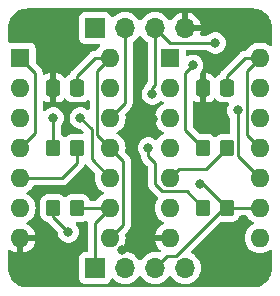
<source format=gbr>
%TF.GenerationSoftware,KiCad,Pcbnew,7.0.8-7.0.8~ubuntu23.04.1*%
%TF.CreationDate,2023-10-19T21:44:50+04:00*%
%TF.ProjectId,async_counter,6173796e-635f-4636-9f75-6e7465722e6b,rev?*%
%TF.SameCoordinates,Original*%
%TF.FileFunction,Copper,L2,Bot*%
%TF.FilePolarity,Positive*%
%FSLAX46Y46*%
G04 Gerber Fmt 4.6, Leading zero omitted, Abs format (unit mm)*
G04 Created by KiCad (PCBNEW 7.0.8-7.0.8~ubuntu23.04.1) date 2023-10-19 21:44:50*
%MOMM*%
%LPD*%
G01*
G04 APERTURE LIST*
G04 Aperture macros list*
%AMRoundRect*
0 Rectangle with rounded corners*
0 $1 Rounding radius*
0 $2 $3 $4 $5 $6 $7 $8 $9 X,Y pos of 4 corners*
0 Add a 4 corners polygon primitive as box body*
4,1,4,$2,$3,$4,$5,$6,$7,$8,$9,$2,$3,0*
0 Add four circle primitives for the rounded corners*
1,1,$1+$1,$2,$3*
1,1,$1+$1,$4,$5*
1,1,$1+$1,$6,$7*
1,1,$1+$1,$8,$9*
0 Add four rect primitives between the rounded corners*
20,1,$1+$1,$2,$3,$4,$5,0*
20,1,$1+$1,$4,$5,$6,$7,0*
20,1,$1+$1,$6,$7,$8,$9,0*
20,1,$1+$1,$8,$9,$2,$3,0*%
G04 Aperture macros list end*
%TA.AperFunction,ComponentPad*%
%ADD10R,1.600000X1.600000*%
%TD*%
%TA.AperFunction,ComponentPad*%
%ADD11O,1.600000X1.600000*%
%TD*%
%TA.AperFunction,ComponentPad*%
%ADD12R,1.700000X1.700000*%
%TD*%
%TA.AperFunction,ComponentPad*%
%ADD13O,1.700000X1.700000*%
%TD*%
%TA.AperFunction,SMDPad,CuDef*%
%ADD14RoundRect,0.250000X0.350000X0.450000X-0.350000X0.450000X-0.350000X-0.450000X0.350000X-0.450000X0*%
%TD*%
%TA.AperFunction,SMDPad,CuDef*%
%ADD15RoundRect,0.250000X0.337500X0.475000X-0.337500X0.475000X-0.337500X-0.475000X0.337500X-0.475000X0*%
%TD*%
%TA.AperFunction,ViaPad*%
%ADD16C,0.800000*%
%TD*%
%TA.AperFunction,Conductor*%
%ADD17C,0.250000*%
%TD*%
G04 APERTURE END LIST*
D10*
%TO.P,U1,1,J*%
%TO.N,VCC*%
X175260000Y-83820000D03*
D11*
%TO.P,U1,2,~{Q}*%
%TO.N,unconnected-(U1A-~{Q}-Pad2)*%
X175260000Y-86360000D03*
%TO.P,U1,3,Q*%
%TO.N,/D_{0}*%
X175260000Y-88900000D03*
%TO.P,U1,4,K*%
%TO.N,VCC*%
X175260000Y-91440000D03*
%TO.P,U1,5,Q*%
%TO.N,/D_{1}*%
X175260000Y-93980000D03*
%TO.P,U1,6,~{Q}*%
%TO.N,unconnected-(U1B-~{Q}-Pad6)*%
X175260000Y-96520000D03*
%TO.P,U1,7,GND*%
%TO.N,GND*%
X175260000Y-99060000D03*
%TO.P,U1,8,J*%
%TO.N,VCC*%
X182880000Y-99060000D03*
%TO.P,U1,9,C*%
%TO.N,/D_{0}*%
X182880000Y-96520000D03*
%TO.P,U1,10,~{R}*%
%TO.N,/~{CLR}*%
X182880000Y-93980000D03*
%TO.P,U1,11,K*%
%TO.N,VCC*%
X182880000Y-91440000D03*
%TO.P,U1,12,C*%
%TO.N,/CLK*%
X182880000Y-88900000D03*
%TO.P,U1,13,~{R}*%
%TO.N,/~{CLR}*%
X182880000Y-86360000D03*
%TO.P,U1,14,VCC*%
%TO.N,VCC*%
X182880000Y-83820000D03*
%TD*%
D10*
%TO.P,U2,1,J*%
%TO.N,VCC*%
X187960000Y-83820000D03*
D11*
%TO.P,U2,2,~{Q}*%
%TO.N,unconnected-(U2A-~{Q}-Pad2)*%
X187960000Y-86360000D03*
%TO.P,U2,3,Q*%
%TO.N,/D_{2}*%
X187960000Y-88900000D03*
%TO.P,U2,4,K*%
%TO.N,VCC*%
X187960000Y-91440000D03*
%TO.P,U2,5,Q*%
%TO.N,/D_{3}*%
X187960000Y-93980000D03*
%TO.P,U2,6,~{Q}*%
%TO.N,unconnected-(U2B-~{Q}-Pad6)*%
X187960000Y-96520000D03*
%TO.P,U2,7,GND*%
%TO.N,GND*%
X187960000Y-99060000D03*
%TO.P,U2,8,J*%
%TO.N,VCC*%
X195580000Y-99060000D03*
%TO.P,U2,9,C*%
%TO.N,/D_{2}*%
X195580000Y-96520000D03*
%TO.P,U2,10,~{R}*%
%TO.N,/~{CLR}*%
X195580000Y-93980000D03*
%TO.P,U2,11,K*%
%TO.N,VCC*%
X195580000Y-91440000D03*
%TO.P,U2,12,C*%
%TO.N,/D_{1}*%
X195580000Y-88900000D03*
%TO.P,U2,13,~{R}*%
%TO.N,/~{CLR}*%
X195580000Y-86360000D03*
%TO.P,U2,14,VCC*%
%TO.N,VCC*%
X195580000Y-83820000D03*
%TD*%
D12*
%TO.P,J2,1,Pin_1*%
%TO.N,/D_{0}*%
X181610000Y-101600000D03*
D13*
%TO.P,J2,2,Pin_2*%
%TO.N,/D_{1}*%
X184150000Y-101600000D03*
%TO.P,J2,3,Pin_3*%
%TO.N,/D_{2}*%
X186690000Y-101600000D03*
%TO.P,J2,4,Pin_4*%
%TO.N,/D_{3}*%
X189230000Y-101600000D03*
%TD*%
D14*
%TO.P,R4,1*%
%TO.N,/D_{3}*%
X192760000Y-91440000D03*
%TO.P,R4,2*%
%TO.N,Net-(D4-A)*%
X190760000Y-91440000D03*
%TD*%
D15*
%TO.P,C2,1*%
%TO.N,VCC*%
X192797500Y-86360000D03*
%TO.P,C2,2*%
%TO.N,GND*%
X190722500Y-86360000D03*
%TD*%
D14*
%TO.P,R3,1*%
%TO.N,/D_{2}*%
X192760000Y-96520000D03*
%TO.P,R3,2*%
%TO.N,Net-(D3-A)*%
X190760000Y-96520000D03*
%TD*%
%TO.P,R1,1*%
%TO.N,/D_{0}*%
X180060000Y-96520000D03*
%TO.P,R1,2*%
%TO.N,Net-(D1-A)*%
X178060000Y-96520000D03*
%TD*%
%TO.P,R2,1*%
%TO.N,/D_{1}*%
X180060000Y-91440000D03*
%TO.P,R2,2*%
%TO.N,Net-(D2-A)*%
X178060000Y-91440000D03*
%TD*%
D12*
%TO.P,J1,1,Pin_1*%
%TO.N,VCC*%
X181610000Y-81280000D03*
D13*
%TO.P,J1,2,Pin_2*%
%TO.N,/CLK*%
X184150000Y-81280000D03*
%TO.P,J1,3,Pin_3*%
%TO.N,/~{CLR}*%
X186690000Y-81280000D03*
%TO.P,J1,4,Pin_4*%
%TO.N,GND*%
X189230000Y-81280000D03*
%TD*%
D15*
%TO.P,C1,1*%
%TO.N,VCC*%
X180097500Y-86360000D03*
%TO.P,C1,2*%
%TO.N,GND*%
X178022500Y-86360000D03*
%TD*%
D16*
%TO.N,GND*%
X186486800Y-89001600D03*
X191262000Y-100076000D03*
X191770000Y-88900000D03*
X175260000Y-100838000D03*
X179070000Y-101600000D03*
X177292000Y-100838000D03*
X185928000Y-96393000D03*
X179832000Y-83312000D03*
X194564000Y-100584000D03*
X183896000Y-100076000D03*
X193040000Y-102616000D03*
%TO.N,Net-(D1-A)*%
X179324000Y-98552000D03*
%TO.N,Net-(D2-A)*%
X178054000Y-88900000D03*
%TO.N,Net-(D3-A)*%
X186110500Y-91440000D03*
%TO.N,Net-(D4-A)*%
X189865000Y-84455000D03*
%TO.N,/~{CLR}*%
X193675000Y-88265000D03*
X180340000Y-88900000D03*
X186436000Y-86868000D03*
X191770000Y-82550000D03*
%TO.N,/D_{2}*%
X190500000Y-94488000D03*
%TD*%
D17*
%TO.N,VCC*%
X184005000Y-92565000D02*
X182880000Y-91440000D01*
X192797500Y-85332500D02*
X194310000Y-83820000D01*
X192797500Y-86360000D02*
X192797500Y-85332500D01*
X194310000Y-83820000D02*
X195580000Y-83820000D01*
X184005000Y-97935000D02*
X184005000Y-92565000D01*
X194455000Y-90315000D02*
X194455000Y-84945000D01*
X195580000Y-91440000D02*
X194455000Y-90315000D01*
X182880000Y-91440000D02*
X181755000Y-90315000D01*
X194455000Y-84945000D02*
X195580000Y-83820000D01*
X175260000Y-91440000D02*
X176530000Y-90170000D01*
X181755000Y-90315000D02*
X181755000Y-84945000D01*
X181610000Y-83820000D02*
X182880000Y-83820000D01*
X182880000Y-99060000D02*
X184005000Y-97935000D01*
X180097500Y-86360000D02*
X180097500Y-85332500D01*
X180097500Y-85332500D02*
X181610000Y-83820000D01*
X176530000Y-90170000D02*
X176530000Y-85090000D01*
X176530000Y-85090000D02*
X175260000Y-83820000D01*
X181755000Y-84945000D02*
X182880000Y-83820000D01*
%TO.N,GND*%
X179832000Y-83312000D02*
X178022500Y-85121500D01*
X178022500Y-85121500D02*
X178022500Y-86360000D01*
%TO.N,Net-(D1-A)*%
X179324000Y-98552000D02*
X178060000Y-97288000D01*
X178060000Y-97288000D02*
X178060000Y-96520000D01*
%TO.N,Net-(D2-A)*%
X178054000Y-88900000D02*
X178060000Y-88906000D01*
X178060000Y-88906000D02*
X178060000Y-91440000D01*
%TO.N,Net-(D3-A)*%
X186690000Y-92710000D02*
X186690000Y-94488000D01*
X187307000Y-95105000D02*
X189345000Y-95105000D01*
X186690000Y-94488000D02*
X187307000Y-95105000D01*
X186110500Y-92130500D02*
X186690000Y-92710000D01*
X186110500Y-91440000D02*
X186110500Y-92130500D01*
X189345000Y-95105000D02*
X190760000Y-96520000D01*
%TO.N,Net-(D4-A)*%
X189230000Y-85090000D02*
X189865000Y-84455000D01*
X189230000Y-89910000D02*
X189230000Y-86360000D01*
X189230000Y-86360000D02*
X189230000Y-85090000D01*
X190760000Y-91440000D02*
X189230000Y-89910000D01*
%TO.N,/CLK*%
X184150000Y-87630000D02*
X182880000Y-88900000D01*
X184150000Y-81280000D02*
X184150000Y-87630000D01*
%TO.N,/~{CLR}*%
X182880000Y-93980000D02*
X181305000Y-92405000D01*
X186690000Y-86106000D02*
X186690000Y-81280000D01*
X181305000Y-89865000D02*
X180340000Y-88900000D01*
X186436000Y-86360000D02*
X186690000Y-86106000D01*
X193685000Y-88275000D02*
X193685000Y-92085000D01*
X186436000Y-86868000D02*
X186436000Y-86360000D01*
X193685000Y-92085000D02*
X195580000Y-93980000D01*
X181305000Y-92405000D02*
X181305000Y-89865000D01*
X187960000Y-82550000D02*
X191770000Y-82550000D01*
X193675000Y-88265000D02*
X193685000Y-88275000D01*
X186690000Y-81280000D02*
X187960000Y-82550000D01*
%TO.N,/D_{0}*%
X181610000Y-101600000D02*
X181610000Y-97790000D01*
X180060000Y-96520000D02*
X182880000Y-96520000D01*
X181610000Y-97790000D02*
X182880000Y-96520000D01*
%TO.N,/D_{1}*%
X178825305Y-93980000D02*
X175260000Y-93980000D01*
X180060000Y-91440000D02*
X180060000Y-92745305D01*
X180060000Y-92745305D02*
X178825305Y-93980000D01*
%TO.N,/D_{2}*%
X192760000Y-96520000D02*
X195580000Y-96520000D01*
X192760000Y-96520000D02*
X192532000Y-96520000D01*
X188468000Y-100584000D02*
X187706000Y-100584000D01*
X192532000Y-96520000D02*
X188468000Y-100584000D01*
X187706000Y-100584000D02*
X186690000Y-101600000D01*
X190500000Y-94488000D02*
X190728000Y-94488000D01*
X190728000Y-94488000D02*
X192760000Y-96520000D01*
%TO.N,/D_{3}*%
X190982000Y-93218000D02*
X188722000Y-93218000D01*
X188722000Y-93218000D02*
X187960000Y-93980000D01*
X192760000Y-91440000D02*
X190982000Y-93218000D01*
%TD*%
%TA.AperFunction,Conductor*%
%TO.N,GND*%
G36*
X180837727Y-92835878D02*
G01*
X180865580Y-92853276D01*
X180881309Y-92866288D01*
X180885620Y-92870210D01*
X181536628Y-93521219D01*
X181580586Y-93565177D01*
X181614071Y-93626500D01*
X181612680Y-93684949D01*
X181594367Y-93753296D01*
X181594364Y-93753313D01*
X181574532Y-93979999D01*
X181574532Y-93980001D01*
X181594364Y-94206686D01*
X181594366Y-94206697D01*
X181653258Y-94426488D01*
X181653261Y-94426497D01*
X181749431Y-94632732D01*
X181749432Y-94632734D01*
X181879954Y-94819141D01*
X182040858Y-94980045D01*
X182040861Y-94980047D01*
X182227266Y-95110568D01*
X182285275Y-95137618D01*
X182337714Y-95183791D01*
X182356866Y-95250984D01*
X182336650Y-95317865D01*
X182285275Y-95362382D01*
X182227267Y-95389431D01*
X182227265Y-95389432D01*
X182040858Y-95519954D01*
X181879954Y-95680858D01*
X181767387Y-95841623D01*
X181712811Y-95885248D01*
X181665812Y-95894500D01*
X181232017Y-95894500D01*
X181164978Y-95874815D01*
X181119223Y-95822011D01*
X181114311Y-95809505D01*
X181094814Y-95750666D01*
X181002712Y-95601344D01*
X180878656Y-95477288D01*
X180736218Y-95389432D01*
X180729336Y-95385187D01*
X180729331Y-95385185D01*
X180727862Y-95384698D01*
X180562797Y-95330001D01*
X180562795Y-95330000D01*
X180460010Y-95319500D01*
X179659998Y-95319500D01*
X179659980Y-95319501D01*
X179557203Y-95330000D01*
X179557200Y-95330001D01*
X179390668Y-95385185D01*
X179390663Y-95385187D01*
X179241342Y-95477289D01*
X179147681Y-95570951D01*
X179086358Y-95604436D01*
X179016666Y-95599452D01*
X178972319Y-95570951D01*
X178878657Y-95477289D01*
X178878656Y-95477288D01*
X178736218Y-95389432D01*
X178729336Y-95385187D01*
X178729331Y-95385185D01*
X178727862Y-95384698D01*
X178562797Y-95330001D01*
X178562795Y-95330000D01*
X178460010Y-95319500D01*
X177659998Y-95319500D01*
X177659980Y-95319501D01*
X177557203Y-95330000D01*
X177557200Y-95330001D01*
X177390668Y-95385185D01*
X177390663Y-95385187D01*
X177241342Y-95477289D01*
X177117289Y-95601342D01*
X177025187Y-95750663D01*
X177025186Y-95750666D01*
X176970001Y-95917203D01*
X176970001Y-95917204D01*
X176970000Y-95917204D01*
X176959500Y-96019983D01*
X176959500Y-97020001D01*
X176959501Y-97020019D01*
X176970000Y-97122796D01*
X176970001Y-97122799D01*
X177025185Y-97289331D01*
X177025186Y-97289334D01*
X177117288Y-97438656D01*
X177241344Y-97562712D01*
X177390666Y-97654814D01*
X177557203Y-97709999D01*
X177557206Y-97709999D01*
X177563819Y-97711415D01*
X177563483Y-97712983D01*
X177620510Y-97736244D01*
X177622270Y-97737674D01*
X177636310Y-97749289D01*
X177640632Y-97753222D01*
X178385038Y-98497629D01*
X178418523Y-98558952D01*
X178420678Y-98572348D01*
X178425004Y-98613502D01*
X178438326Y-98740256D01*
X178438327Y-98740259D01*
X178496818Y-98920277D01*
X178496821Y-98920284D01*
X178591467Y-99084216D01*
X178682347Y-99185148D01*
X178718129Y-99224888D01*
X178871265Y-99336148D01*
X178871270Y-99336151D01*
X179044192Y-99413142D01*
X179044197Y-99413144D01*
X179229354Y-99452500D01*
X179229355Y-99452500D01*
X179418644Y-99452500D01*
X179418646Y-99452500D01*
X179603803Y-99413144D01*
X179776730Y-99336151D01*
X179929871Y-99224888D01*
X180056533Y-99084216D01*
X180151179Y-98920284D01*
X180209674Y-98740256D01*
X180229460Y-98552000D01*
X180209674Y-98363744D01*
X180151179Y-98183716D01*
X180056533Y-98019784D01*
X179975571Y-97929867D01*
X179973414Y-97927471D01*
X179943184Y-97864480D01*
X179951809Y-97795144D01*
X179996551Y-97741479D01*
X180063203Y-97720521D01*
X180065564Y-97720499D01*
X180460002Y-97720499D01*
X180460008Y-97720499D01*
X180562797Y-97709999D01*
X180729334Y-97654814D01*
X180795404Y-97614061D01*
X180862796Y-97595622D01*
X180929459Y-97616545D01*
X180974229Y-97670187D01*
X180984500Y-97719601D01*
X180984500Y-97731016D01*
X180982973Y-97750415D01*
X180979840Y-97770194D01*
X180979840Y-97770195D01*
X180984225Y-97816583D01*
X180984500Y-97822421D01*
X180984500Y-100125500D01*
X180964815Y-100192539D01*
X180912011Y-100238294D01*
X180860501Y-100249500D01*
X180712130Y-100249500D01*
X180712123Y-100249501D01*
X180652516Y-100255908D01*
X180517671Y-100306202D01*
X180517664Y-100306206D01*
X180402455Y-100392452D01*
X180402452Y-100392455D01*
X180316206Y-100507664D01*
X180316202Y-100507671D01*
X180265908Y-100642517D01*
X180259501Y-100702116D01*
X180259500Y-100702135D01*
X180259500Y-102497870D01*
X180259501Y-102497876D01*
X180265908Y-102557483D01*
X180316202Y-102692328D01*
X180316206Y-102692335D01*
X180402452Y-102807544D01*
X180402455Y-102807547D01*
X180517664Y-102893793D01*
X180517671Y-102893797D01*
X180652517Y-102944091D01*
X180652516Y-102944091D01*
X180659444Y-102944835D01*
X180712127Y-102950500D01*
X182507872Y-102950499D01*
X182567483Y-102944091D01*
X182702331Y-102893796D01*
X182817546Y-102807546D01*
X182903796Y-102692331D01*
X182952810Y-102560916D01*
X182994681Y-102504984D01*
X183060145Y-102480566D01*
X183128418Y-102495417D01*
X183156673Y-102516569D01*
X183278599Y-102638495D01*
X183375384Y-102706265D01*
X183472165Y-102774032D01*
X183472167Y-102774033D01*
X183472170Y-102774035D01*
X183686337Y-102873903D01*
X183914592Y-102935063D01*
X184091034Y-102950500D01*
X184149999Y-102955659D01*
X184150000Y-102955659D01*
X184150001Y-102955659D01*
X184208966Y-102950500D01*
X184385408Y-102935063D01*
X184613663Y-102873903D01*
X184827830Y-102774035D01*
X185021401Y-102638495D01*
X185188495Y-102471401D01*
X185318425Y-102285842D01*
X185373002Y-102242217D01*
X185442500Y-102235023D01*
X185504855Y-102266546D01*
X185521575Y-102285842D01*
X185651500Y-102471395D01*
X185651505Y-102471401D01*
X185818599Y-102638495D01*
X185915384Y-102706265D01*
X186012165Y-102774032D01*
X186012167Y-102774033D01*
X186012170Y-102774035D01*
X186226337Y-102873903D01*
X186454592Y-102935063D01*
X186631034Y-102950500D01*
X186689999Y-102955659D01*
X186690000Y-102955659D01*
X186690001Y-102955659D01*
X186748966Y-102950500D01*
X186925408Y-102935063D01*
X187153663Y-102873903D01*
X187367830Y-102774035D01*
X187561401Y-102638495D01*
X187728495Y-102471401D01*
X187858425Y-102285842D01*
X187913002Y-102242217D01*
X187982500Y-102235023D01*
X188044855Y-102266546D01*
X188061575Y-102285842D01*
X188191500Y-102471395D01*
X188191505Y-102471401D01*
X188358599Y-102638495D01*
X188455384Y-102706265D01*
X188552165Y-102774032D01*
X188552167Y-102774033D01*
X188552170Y-102774035D01*
X188766337Y-102873903D01*
X188994592Y-102935063D01*
X189171034Y-102950500D01*
X189229999Y-102955659D01*
X189230000Y-102955659D01*
X189230001Y-102955659D01*
X189288966Y-102950500D01*
X189465408Y-102935063D01*
X189693663Y-102873903D01*
X189907830Y-102774035D01*
X190101401Y-102638495D01*
X190268495Y-102471401D01*
X190404035Y-102277830D01*
X190503903Y-102063663D01*
X190565063Y-101835408D01*
X190585659Y-101600000D01*
X190565063Y-101364592D01*
X190503903Y-101136337D01*
X190404035Y-100922171D01*
X190398425Y-100914158D01*
X190268494Y-100728597D01*
X190101402Y-100561506D01*
X190101399Y-100561504D01*
X190024518Y-100507671D01*
X189907834Y-100425967D01*
X189797438Y-100374488D01*
X189744999Y-100328315D01*
X189725848Y-100261121D01*
X189746064Y-100194240D01*
X189762158Y-100174430D01*
X192187764Y-97748825D01*
X192249085Y-97715342D01*
X192288046Y-97713150D01*
X192359991Y-97720500D01*
X193160008Y-97720499D01*
X193160016Y-97720498D01*
X193160019Y-97720498D01*
X193223659Y-97713997D01*
X193262797Y-97709999D01*
X193429334Y-97654814D01*
X193578656Y-97562712D01*
X193702712Y-97438656D01*
X193794814Y-97289334D01*
X193814311Y-97230493D01*
X193854084Y-97173051D01*
X193918600Y-97146228D01*
X193932017Y-97145500D01*
X194365812Y-97145500D01*
X194432851Y-97165185D01*
X194467387Y-97198377D01*
X194579954Y-97359141D01*
X194740858Y-97520045D01*
X194740861Y-97520047D01*
X194927266Y-97650568D01*
X194969339Y-97670187D01*
X194985275Y-97677618D01*
X195037714Y-97723791D01*
X195056866Y-97790984D01*
X195036650Y-97857865D01*
X194985275Y-97902381D01*
X194984685Y-97902657D01*
X194927267Y-97929431D01*
X194927265Y-97929432D01*
X194740858Y-98059954D01*
X194579954Y-98220858D01*
X194449432Y-98407265D01*
X194449431Y-98407267D01*
X194353261Y-98613502D01*
X194353258Y-98613511D01*
X194294366Y-98833302D01*
X194294364Y-98833313D01*
X194274532Y-99059998D01*
X194274532Y-99060001D01*
X194294364Y-99286686D01*
X194294366Y-99286697D01*
X194353258Y-99506488D01*
X194353261Y-99506497D01*
X194449431Y-99712732D01*
X194449432Y-99712734D01*
X194579954Y-99899141D01*
X194740858Y-100060045D01*
X194740861Y-100060047D01*
X194927266Y-100190568D01*
X195133504Y-100286739D01*
X195133509Y-100286740D01*
X195133511Y-100286741D01*
X195157792Y-100293247D01*
X195353308Y-100345635D01*
X195515230Y-100359801D01*
X195579998Y-100365468D01*
X195580000Y-100365468D01*
X195580002Y-100365468D01*
X195642019Y-100360042D01*
X195806692Y-100345635D01*
X196026496Y-100286739D01*
X196232734Y-100190568D01*
X196404378Y-100070382D01*
X196470583Y-100048056D01*
X196538350Y-100065066D01*
X196586163Y-100116015D01*
X196599500Y-100171958D01*
X196599500Y-101597786D01*
X196599342Y-101602210D01*
X196583292Y-101826615D01*
X196580774Y-101844127D01*
X196534367Y-102057456D01*
X196529383Y-102074432D01*
X196453084Y-102278997D01*
X196445734Y-102295090D01*
X196341103Y-102486707D01*
X196331538Y-102501590D01*
X196200702Y-102676367D01*
X196189116Y-102689738D01*
X196034738Y-102844116D01*
X196021367Y-102855702D01*
X195846590Y-102986538D01*
X195831707Y-102996103D01*
X195640090Y-103100734D01*
X195623997Y-103108084D01*
X195419432Y-103184383D01*
X195402456Y-103189367D01*
X195189127Y-103235774D01*
X195171615Y-103238292D01*
X194967359Y-103252900D01*
X194947208Y-103254342D01*
X194942786Y-103254500D01*
X175897214Y-103254500D01*
X175892791Y-103254342D01*
X175870144Y-103252722D01*
X175668384Y-103238292D01*
X175650872Y-103235774D01*
X175437543Y-103189367D01*
X175420567Y-103184383D01*
X175216002Y-103108084D01*
X175199909Y-103100734D01*
X175008292Y-102996103D01*
X174993409Y-102986538D01*
X174818632Y-102855702D01*
X174805261Y-102844116D01*
X174650883Y-102689738D01*
X174639297Y-102676367D01*
X174508461Y-102501590D01*
X174498896Y-102486707D01*
X174394265Y-102295090D01*
X174386918Y-102279004D01*
X174310613Y-102074424D01*
X174305634Y-102057465D01*
X174259224Y-101844121D01*
X174256707Y-101826615D01*
X174240658Y-101602210D01*
X174240500Y-101597786D01*
X174240500Y-100171346D01*
X174260185Y-100104307D01*
X174312989Y-100058552D01*
X174382147Y-100048608D01*
X174435624Y-100069772D01*
X174607510Y-100190129D01*
X174607516Y-100190133D01*
X174813673Y-100286265D01*
X174813682Y-100286269D01*
X175009999Y-100338872D01*
X175010000Y-100338871D01*
X175010000Y-99375686D01*
X175021955Y-99387641D01*
X175134852Y-99445165D01*
X175228519Y-99460000D01*
X175291481Y-99460000D01*
X175385148Y-99445165D01*
X175498045Y-99387641D01*
X175510000Y-99375686D01*
X175510000Y-100338872D01*
X175706317Y-100286269D01*
X175706326Y-100286265D01*
X175912482Y-100190134D01*
X176098820Y-100059657D01*
X176259657Y-99898820D01*
X176390134Y-99712482D01*
X176486265Y-99506326D01*
X176486269Y-99506317D01*
X176538872Y-99310000D01*
X175575686Y-99310000D01*
X175587641Y-99298045D01*
X175645165Y-99185148D01*
X175664986Y-99060000D01*
X175645165Y-98934852D01*
X175587641Y-98821955D01*
X175575686Y-98810000D01*
X176538872Y-98810000D01*
X176538872Y-98809999D01*
X176486269Y-98613682D01*
X176486265Y-98613673D01*
X176390134Y-98407517D01*
X176259657Y-98221179D01*
X176098820Y-98060342D01*
X175912482Y-97929865D01*
X175854133Y-97902657D01*
X175801694Y-97856484D01*
X175782542Y-97789291D01*
X175802758Y-97722410D01*
X175854129Y-97677895D01*
X175912734Y-97650568D01*
X176099139Y-97520047D01*
X176260047Y-97359139D01*
X176390568Y-97172734D01*
X176486739Y-96966496D01*
X176545635Y-96746692D01*
X176565468Y-96520000D01*
X176545635Y-96293308D01*
X176486739Y-96073504D01*
X176390568Y-95867266D01*
X176260047Y-95680861D01*
X176260045Y-95680858D01*
X176099141Y-95519954D01*
X175912734Y-95389432D01*
X175912728Y-95389429D01*
X175854725Y-95362382D01*
X175802285Y-95316210D01*
X175783133Y-95249017D01*
X175803348Y-95182135D01*
X175854725Y-95137618D01*
X175912734Y-95110568D01*
X176099139Y-94980047D01*
X176260047Y-94819139D01*
X176372613Y-94658377D01*
X176427189Y-94614752D01*
X176474188Y-94605500D01*
X178742562Y-94605500D01*
X178758182Y-94607224D01*
X178758209Y-94606939D01*
X178765965Y-94607671D01*
X178765972Y-94607673D01*
X178835119Y-94605500D01*
X178864655Y-94605500D01*
X178871533Y-94604630D01*
X178877346Y-94604172D01*
X178923932Y-94602709D01*
X178943174Y-94597117D01*
X178962217Y-94593174D01*
X178982097Y-94590664D01*
X179025427Y-94573507D01*
X179030951Y-94571617D01*
X179034701Y-94570527D01*
X179075695Y-94558618D01*
X179092934Y-94548422D01*
X179110408Y-94539862D01*
X179129032Y-94532488D01*
X179129032Y-94532487D01*
X179129037Y-94532486D01*
X179166754Y-94505082D01*
X179171610Y-94501892D01*
X179211725Y-94478170D01*
X179225894Y-94463999D01*
X179240684Y-94451368D01*
X179256892Y-94439594D01*
X179286604Y-94403676D01*
X179290517Y-94399376D01*
X180443787Y-93246107D01*
X180456042Y-93236291D01*
X180455859Y-93236069D01*
X180461866Y-93231097D01*
X180461877Y-93231091D01*
X180492775Y-93198187D01*
X180509227Y-93180669D01*
X180519671Y-93170223D01*
X180530120Y-93159776D01*
X180534379Y-93154283D01*
X180538152Y-93149866D01*
X180570062Y-93115887D01*
X180579713Y-93098329D01*
X180590396Y-93082066D01*
X180602673Y-93066241D01*
X180621185Y-93023458D01*
X180623738Y-93018246D01*
X180646197Y-92977397D01*
X180651180Y-92957985D01*
X180657481Y-92939585D01*
X180665437Y-92921201D01*
X180665438Y-92921194D01*
X180667463Y-92914228D01*
X180705068Y-92855341D01*
X180768540Y-92826133D01*
X180837727Y-92835878D01*
G37*
%TD.AperFunction*%
%TA.AperFunction,Conductor*%
G36*
X185504855Y-81946546D02*
G01*
X185521575Y-81965842D01*
X185651505Y-82151401D01*
X185818599Y-82318495D01*
X186011624Y-82453653D01*
X186055248Y-82508228D01*
X186064500Y-82555226D01*
X186064500Y-85792770D01*
X186044815Y-85859809D01*
X186030892Y-85877654D01*
X185986772Y-85924636D01*
X185965889Y-85945519D01*
X185965877Y-85945532D01*
X185961621Y-85951017D01*
X185957837Y-85955447D01*
X185925937Y-85989418D01*
X185925936Y-85989420D01*
X185916284Y-86006976D01*
X185905610Y-86023226D01*
X185893329Y-86039061D01*
X185893324Y-86039068D01*
X185874815Y-86081838D01*
X185872245Y-86087084D01*
X185849802Y-86127908D01*
X185844820Y-86147311D01*
X185838519Y-86165712D01*
X185829856Y-86185732D01*
X185808205Y-86219460D01*
X185703464Y-86335787D01*
X185608821Y-86499715D01*
X185608818Y-86499722D01*
X185550327Y-86679740D01*
X185550326Y-86679744D01*
X185530540Y-86868000D01*
X185550326Y-87056256D01*
X185550327Y-87056259D01*
X185608818Y-87236277D01*
X185608821Y-87236284D01*
X185703467Y-87400216D01*
X185810743Y-87519358D01*
X185830129Y-87540888D01*
X185983265Y-87652148D01*
X185983270Y-87652151D01*
X186156192Y-87729142D01*
X186156197Y-87729144D01*
X186341354Y-87768500D01*
X186341355Y-87768500D01*
X186530644Y-87768500D01*
X186530646Y-87768500D01*
X186715803Y-87729144D01*
X186888730Y-87652151D01*
X187041871Y-87540888D01*
X187098877Y-87477576D01*
X187158359Y-87440930D01*
X187228216Y-87442259D01*
X187262144Y-87458973D01*
X187307266Y-87490568D01*
X187365275Y-87517618D01*
X187417714Y-87563791D01*
X187436866Y-87630984D01*
X187416650Y-87697865D01*
X187365275Y-87742382D01*
X187307267Y-87769431D01*
X187307265Y-87769432D01*
X187120858Y-87899954D01*
X186959954Y-88060858D01*
X186829432Y-88247265D01*
X186829431Y-88247267D01*
X186733261Y-88453502D01*
X186733258Y-88453511D01*
X186674366Y-88673302D01*
X186674364Y-88673313D01*
X186654532Y-88899998D01*
X186654532Y-88900001D01*
X186674364Y-89126686D01*
X186674366Y-89126697D01*
X186733258Y-89346488D01*
X186733261Y-89346497D01*
X186829431Y-89552732D01*
X186829432Y-89552734D01*
X186959954Y-89739141D01*
X187120858Y-89900045D01*
X187120861Y-89900047D01*
X187307266Y-90030568D01*
X187365275Y-90057618D01*
X187417714Y-90103791D01*
X187436866Y-90170984D01*
X187416650Y-90237865D01*
X187365275Y-90282382D01*
X187307267Y-90309431D01*
X187307265Y-90309432D01*
X187120858Y-90439954D01*
X186959953Y-90600859D01*
X186873038Y-90724988D01*
X186818461Y-90768613D01*
X186748963Y-90775807D01*
X186698578Y-90754184D01*
X186570486Y-90661121D01*
X186563230Y-90655849D01*
X186563228Y-90655848D01*
X186563229Y-90655848D01*
X186390307Y-90578857D01*
X186390302Y-90578855D01*
X186210236Y-90540582D01*
X186205146Y-90539500D01*
X186015854Y-90539500D01*
X186010764Y-90540582D01*
X185830697Y-90578855D01*
X185830692Y-90578857D01*
X185657770Y-90655848D01*
X185657765Y-90655851D01*
X185504629Y-90767111D01*
X185377966Y-90907785D01*
X185283321Y-91071715D01*
X185283318Y-91071722D01*
X185237314Y-91213309D01*
X185224826Y-91251744D01*
X185205040Y-91440000D01*
X185224826Y-91628256D01*
X185224827Y-91628259D01*
X185283318Y-91808277D01*
X185283321Y-91808284D01*
X185377967Y-91972216D01*
X185430326Y-92030366D01*
X185453033Y-92055585D01*
X185483263Y-92118576D01*
X185484821Y-92134643D01*
X185485000Y-92140305D01*
X185485000Y-92169843D01*
X185485001Y-92169860D01*
X185485868Y-92176731D01*
X185486326Y-92182550D01*
X185487790Y-92229124D01*
X185487791Y-92229127D01*
X185493380Y-92248367D01*
X185497324Y-92267411D01*
X185499836Y-92287292D01*
X185516990Y-92330619D01*
X185518882Y-92336147D01*
X185531881Y-92380888D01*
X185542080Y-92398134D01*
X185550636Y-92415600D01*
X185558014Y-92434232D01*
X185585398Y-92471923D01*
X185588606Y-92476807D01*
X185612327Y-92516916D01*
X185612333Y-92516924D01*
X185626490Y-92531080D01*
X185639127Y-92545875D01*
X185650906Y-92562087D01*
X185683848Y-92589339D01*
X185686809Y-92591788D01*
X185691120Y-92595710D01*
X185860519Y-92765109D01*
X186028181Y-92932771D01*
X186061666Y-92994094D01*
X186064500Y-93020452D01*
X186064500Y-94405255D01*
X186062775Y-94420872D01*
X186063061Y-94420899D01*
X186062326Y-94428665D01*
X186064500Y-94497814D01*
X186064500Y-94527343D01*
X186064501Y-94527360D01*
X186065368Y-94534231D01*
X186065826Y-94540050D01*
X186067290Y-94586624D01*
X186067291Y-94586627D01*
X186072880Y-94605867D01*
X186076824Y-94624911D01*
X186077813Y-94632732D01*
X186079336Y-94644791D01*
X186096490Y-94688119D01*
X186098382Y-94693647D01*
X186111381Y-94738388D01*
X186121580Y-94755634D01*
X186130138Y-94773103D01*
X186137514Y-94791732D01*
X186164898Y-94829423D01*
X186168106Y-94834307D01*
X186191827Y-94874416D01*
X186191833Y-94874424D01*
X186205990Y-94888580D01*
X186218628Y-94903376D01*
X186230405Y-94919586D01*
X186230406Y-94919587D01*
X186266309Y-94949288D01*
X186270620Y-94953210D01*
X186566427Y-95249017D01*
X186806194Y-95488784D01*
X186816019Y-95501048D01*
X186816240Y-95500866D01*
X186821210Y-95506873D01*
X186821213Y-95506876D01*
X186821214Y-95506877D01*
X186871651Y-95554241D01*
X186888361Y-95570951D01*
X186892532Y-95575122D01*
X186895458Y-95577702D01*
X186894472Y-95578819D01*
X186931792Y-95630460D01*
X186935604Y-95700225D01*
X186916474Y-95742955D01*
X186829431Y-95867267D01*
X186733261Y-96073502D01*
X186733258Y-96073511D01*
X186674366Y-96293302D01*
X186674364Y-96293313D01*
X186654532Y-96519998D01*
X186654532Y-96520001D01*
X186674364Y-96746686D01*
X186674366Y-96746697D01*
X186733258Y-96966488D01*
X186733261Y-96966497D01*
X186829431Y-97172732D01*
X186829432Y-97172734D01*
X186959954Y-97359141D01*
X187120858Y-97520045D01*
X187120861Y-97520047D01*
X187307266Y-97650568D01*
X187365865Y-97677893D01*
X187418305Y-97724065D01*
X187437457Y-97791258D01*
X187417242Y-97858139D01*
X187365867Y-97902657D01*
X187307515Y-97929867D01*
X187121179Y-98060342D01*
X186960342Y-98221179D01*
X186829865Y-98407517D01*
X186733734Y-98613673D01*
X186733730Y-98613682D01*
X186681127Y-98809999D01*
X186681128Y-98810000D01*
X187644314Y-98810000D01*
X187632359Y-98821955D01*
X187574835Y-98934852D01*
X187555014Y-99060000D01*
X187574835Y-99185148D01*
X187632359Y-99298045D01*
X187644314Y-99310000D01*
X186681128Y-99310000D01*
X186733730Y-99506317D01*
X186733734Y-99506326D01*
X186829865Y-99712482D01*
X186960339Y-99898816D01*
X187121182Y-100059660D01*
X187132209Y-100067381D01*
X187175835Y-100121957D01*
X187183030Y-100191455D01*
X187151509Y-100253811D01*
X187148769Y-100256639D01*
X187145646Y-100259762D01*
X187084323Y-100293247D01*
X187025872Y-100291856D01*
X186925413Y-100264938D01*
X186925403Y-100264936D01*
X186690001Y-100244341D01*
X186689999Y-100244341D01*
X186454596Y-100264936D01*
X186454586Y-100264938D01*
X186226344Y-100326094D01*
X186226335Y-100326098D01*
X186012171Y-100425964D01*
X186012169Y-100425965D01*
X185818597Y-100561505D01*
X185651505Y-100728597D01*
X185521575Y-100914158D01*
X185466998Y-100957783D01*
X185397500Y-100964977D01*
X185335145Y-100933454D01*
X185318425Y-100914158D01*
X185188494Y-100728597D01*
X185021402Y-100561506D01*
X185021399Y-100561504D01*
X184944518Y-100507671D01*
X184827834Y-100425967D01*
X184827830Y-100425965D01*
X184824197Y-100424271D01*
X184613663Y-100326097D01*
X184613659Y-100326096D01*
X184613655Y-100326094D01*
X184385413Y-100264938D01*
X184385403Y-100264936D01*
X184150001Y-100244341D01*
X184149999Y-100244341D01*
X183914596Y-100264936D01*
X183914583Y-100264939D01*
X183803258Y-100294767D01*
X183733408Y-100293104D01*
X183675546Y-100253940D01*
X183648043Y-100189711D01*
X183659630Y-100120809D01*
X183700044Y-100073417D01*
X183719139Y-100060047D01*
X183880047Y-99899139D01*
X184010568Y-99712734D01*
X184106739Y-99506496D01*
X184165635Y-99286692D01*
X184185468Y-99060000D01*
X184165635Y-98833308D01*
X184147318Y-98764948D01*
X184148981Y-98695103D01*
X184179410Y-98645179D01*
X184388788Y-98435801D01*
X184401042Y-98425986D01*
X184400859Y-98425764D01*
X184406866Y-98420792D01*
X184406877Y-98420786D01*
X184437775Y-98387882D01*
X184454227Y-98370364D01*
X184464671Y-98359918D01*
X184475120Y-98349471D01*
X184479379Y-98343978D01*
X184483152Y-98339561D01*
X184515062Y-98305582D01*
X184524713Y-98288024D01*
X184535396Y-98271761D01*
X184547673Y-98255936D01*
X184566185Y-98213153D01*
X184568738Y-98207941D01*
X184591197Y-98167092D01*
X184596180Y-98147680D01*
X184602481Y-98129280D01*
X184610437Y-98110896D01*
X184617729Y-98064852D01*
X184618906Y-98059171D01*
X184630500Y-98014019D01*
X184630500Y-97993983D01*
X184632027Y-97974582D01*
X184635160Y-97954804D01*
X184630775Y-97908415D01*
X184630500Y-97902577D01*
X184630500Y-92647737D01*
X184632224Y-92632123D01*
X184631938Y-92632096D01*
X184632672Y-92624333D01*
X184631759Y-92595290D01*
X184630500Y-92555203D01*
X184630500Y-92525650D01*
X184629629Y-92518759D01*
X184629172Y-92512945D01*
X184627709Y-92466372D01*
X184622122Y-92447144D01*
X184618174Y-92428084D01*
X184615664Y-92408208D01*
X184598507Y-92364875D01*
X184596619Y-92359359D01*
X184583619Y-92314612D01*
X184573418Y-92297363D01*
X184564860Y-92279894D01*
X184557486Y-92261268D01*
X184557483Y-92261264D01*
X184557483Y-92261263D01*
X184530098Y-92223571D01*
X184526890Y-92218687D01*
X184503172Y-92178582D01*
X184503163Y-92178571D01*
X184489005Y-92164413D01*
X184476370Y-92149620D01*
X184466982Y-92136700D01*
X184464594Y-92133413D01*
X184428693Y-92103713D01*
X184424381Y-92099790D01*
X184179413Y-91854822D01*
X184145928Y-91793499D01*
X184147319Y-91735048D01*
X184149500Y-91726908D01*
X184165635Y-91666692D01*
X184185468Y-91440000D01*
X184165635Y-91213308D01*
X184106739Y-90993504D01*
X184010568Y-90787266D01*
X183880047Y-90600861D01*
X183880045Y-90600858D01*
X183719141Y-90439954D01*
X183532734Y-90309432D01*
X183532728Y-90309429D01*
X183504830Y-90296420D01*
X183474724Y-90282381D01*
X183422285Y-90236210D01*
X183403133Y-90169017D01*
X183423348Y-90102135D01*
X183474725Y-90057618D01*
X183532734Y-90030568D01*
X183719139Y-89900047D01*
X183880047Y-89739139D01*
X184010568Y-89552734D01*
X184106739Y-89346496D01*
X184165635Y-89126692D01*
X184185468Y-88900000D01*
X184184752Y-88891821D01*
X184179674Y-88833778D01*
X184165635Y-88673308D01*
X184147318Y-88604948D01*
X184148981Y-88535103D01*
X184179410Y-88485179D01*
X184533788Y-88130801D01*
X184546042Y-88120986D01*
X184545859Y-88120764D01*
X184551866Y-88115792D01*
X184551877Y-88115786D01*
X184588540Y-88076744D01*
X184599227Y-88065364D01*
X184609671Y-88054918D01*
X184620120Y-88044471D01*
X184624379Y-88038978D01*
X184628152Y-88034561D01*
X184660062Y-88000582D01*
X184669713Y-87983024D01*
X184680396Y-87966761D01*
X184692673Y-87950936D01*
X184711185Y-87908153D01*
X184713738Y-87902941D01*
X184736197Y-87862092D01*
X184741180Y-87842680D01*
X184747481Y-87824280D01*
X184755437Y-87805896D01*
X184762729Y-87759852D01*
X184763906Y-87754171D01*
X184775500Y-87709019D01*
X184775500Y-87688983D01*
X184777027Y-87669582D01*
X184780160Y-87649804D01*
X184775775Y-87603415D01*
X184775500Y-87597577D01*
X184775500Y-82555226D01*
X184795185Y-82488187D01*
X184828374Y-82453654D01*
X185021401Y-82318495D01*
X185188495Y-82151401D01*
X185318425Y-81965842D01*
X185373002Y-81922217D01*
X185442500Y-81915023D01*
X185504855Y-81946546D01*
G37*
%TD.AperFunction*%
%TA.AperFunction,Conductor*%
G36*
X194947208Y-79625657D02*
G01*
X195171620Y-79641707D01*
X195189121Y-79644224D01*
X195402465Y-79690634D01*
X195419424Y-79695613D01*
X195624004Y-79771918D01*
X195640084Y-79779262D01*
X195831707Y-79883896D01*
X195846590Y-79893461D01*
X196021367Y-80024297D01*
X196034738Y-80035883D01*
X196189116Y-80190261D01*
X196200702Y-80203632D01*
X196331538Y-80378409D01*
X196341103Y-80393292D01*
X196445734Y-80584909D01*
X196453084Y-80601002D01*
X196529383Y-80805567D01*
X196534367Y-80822543D01*
X196580774Y-81035872D01*
X196583292Y-81053384D01*
X196599342Y-81277789D01*
X196599500Y-81282213D01*
X196599500Y-82708041D01*
X196579815Y-82775080D01*
X196527011Y-82820835D01*
X196457853Y-82830779D01*
X196404377Y-82809616D01*
X196232734Y-82689432D01*
X196232732Y-82689431D01*
X196026497Y-82593261D01*
X196026488Y-82593258D01*
X195806697Y-82534366D01*
X195806693Y-82534365D01*
X195806692Y-82534365D01*
X195806691Y-82534364D01*
X195806686Y-82534364D01*
X195580002Y-82514532D01*
X195579998Y-82514532D01*
X195353313Y-82534364D01*
X195353302Y-82534366D01*
X195133511Y-82593258D01*
X195133502Y-82593261D01*
X194927267Y-82689431D01*
X194927265Y-82689432D01*
X194740858Y-82819954D01*
X194579953Y-82980859D01*
X194468907Y-83139451D01*
X194414330Y-83183076D01*
X194371228Y-83192267D01*
X194304842Y-83194353D01*
X194300186Y-83194500D01*
X194270649Y-83194500D01*
X194263766Y-83195369D01*
X194257949Y-83195826D01*
X194211373Y-83197290D01*
X194192129Y-83202881D01*
X194173079Y-83206825D01*
X194153211Y-83209334D01*
X194109884Y-83226488D01*
X194104358Y-83228379D01*
X194059614Y-83241379D01*
X194059610Y-83241381D01*
X194042366Y-83251579D01*
X194024905Y-83260133D01*
X194006274Y-83267510D01*
X194006262Y-83267517D01*
X193968570Y-83294902D01*
X193963687Y-83298109D01*
X193923580Y-83321829D01*
X193909414Y-83335995D01*
X193894624Y-83348627D01*
X193878414Y-83360404D01*
X193878411Y-83360407D01*
X193848710Y-83396309D01*
X193844777Y-83400631D01*
X192413708Y-84831699D01*
X192401451Y-84841520D01*
X192401634Y-84841741D01*
X192395623Y-84846713D01*
X192348272Y-84897136D01*
X192327389Y-84918019D01*
X192327377Y-84918032D01*
X192323121Y-84923517D01*
X192319337Y-84927947D01*
X192287437Y-84961918D01*
X192287436Y-84961920D01*
X192277784Y-84979476D01*
X192267110Y-84995726D01*
X192254829Y-85011561D01*
X192254824Y-85011568D01*
X192236315Y-85054338D01*
X192233745Y-85059584D01*
X192211302Y-85100408D01*
X192206382Y-85119570D01*
X192170641Y-85179606D01*
X192146485Y-85195863D01*
X192146813Y-85196395D01*
X192140667Y-85200185D01*
X192140666Y-85200186D01*
X192063080Y-85248041D01*
X191991342Y-85292289D01*
X191867288Y-85416343D01*
X191867283Y-85416349D01*
X191865241Y-85419661D01*
X191863247Y-85421453D01*
X191862807Y-85422011D01*
X191862711Y-85421935D01*
X191813291Y-85466383D01*
X191744328Y-85477602D01*
X191680247Y-85449755D01*
X191654168Y-85419656D01*
X191652319Y-85416659D01*
X191652316Y-85416655D01*
X191528345Y-85292684D01*
X191379124Y-85200643D01*
X191379119Y-85200641D01*
X191212697Y-85145494D01*
X191212690Y-85145493D01*
X191109986Y-85135000D01*
X190972500Y-85135000D01*
X190972500Y-87584999D01*
X191109972Y-87584999D01*
X191109986Y-87584998D01*
X191212697Y-87574505D01*
X191379119Y-87519358D01*
X191379124Y-87519356D01*
X191528345Y-87427315D01*
X191652318Y-87303342D01*
X191654165Y-87300348D01*
X191655969Y-87298724D01*
X191656798Y-87297677D01*
X191656976Y-87297818D01*
X191706110Y-87253621D01*
X191775073Y-87242396D01*
X191839156Y-87270236D01*
X191865243Y-87300341D01*
X191867288Y-87303656D01*
X191991344Y-87427712D01*
X192140666Y-87519814D01*
X192307203Y-87574999D01*
X192409991Y-87585500D01*
X192812728Y-87585499D01*
X192879766Y-87605183D01*
X192925521Y-87657987D01*
X192935465Y-87727146D01*
X192920115Y-87771498D01*
X192847820Y-87896718D01*
X192847818Y-87896722D01*
X192789327Y-88076740D01*
X192789326Y-88076744D01*
X192769540Y-88265000D01*
X192789326Y-88453256D01*
X192789327Y-88453259D01*
X192847818Y-88633277D01*
X192847821Y-88633284D01*
X192942467Y-88797216D01*
X192975388Y-88833778D01*
X193027650Y-88891821D01*
X193057880Y-88954812D01*
X193059500Y-88974793D01*
X193059500Y-90115500D01*
X193039815Y-90182539D01*
X192987011Y-90228294D01*
X192935500Y-90239500D01*
X192359998Y-90239500D01*
X192359980Y-90239501D01*
X192257203Y-90250000D01*
X192257200Y-90250001D01*
X192090668Y-90305185D01*
X192090663Y-90305187D01*
X191941342Y-90397289D01*
X191847681Y-90490951D01*
X191786358Y-90524436D01*
X191716666Y-90519452D01*
X191672319Y-90490951D01*
X191578657Y-90397289D01*
X191578656Y-90397288D01*
X191485888Y-90340069D01*
X191429336Y-90305187D01*
X191429331Y-90305185D01*
X191402880Y-90296420D01*
X191262797Y-90250001D01*
X191262795Y-90250000D01*
X191160016Y-90239500D01*
X191160009Y-90239500D01*
X190495453Y-90239500D01*
X190428414Y-90219815D01*
X190407772Y-90203181D01*
X189891819Y-89687228D01*
X189858334Y-89625905D01*
X189855500Y-89599547D01*
X189855500Y-87611770D01*
X189875185Y-87544731D01*
X189927989Y-87498976D01*
X189997147Y-87489032D01*
X190044598Y-87506232D01*
X190065873Y-87519355D01*
X190065880Y-87519358D01*
X190232302Y-87574505D01*
X190232309Y-87574506D01*
X190335019Y-87584999D01*
X190472499Y-87584999D01*
X190472500Y-87584998D01*
X190472500Y-85173677D01*
X190492185Y-85106638D01*
X190504340Y-85090716D01*
X190597533Y-84987216D01*
X190692179Y-84823284D01*
X190750674Y-84643256D01*
X190770460Y-84455000D01*
X190750674Y-84266744D01*
X190692179Y-84086716D01*
X190597533Y-83922784D01*
X190470871Y-83782112D01*
X190470870Y-83782111D01*
X190317734Y-83670851D01*
X190317729Y-83670848D01*
X190144807Y-83593857D01*
X190144802Y-83593855D01*
X189999001Y-83562865D01*
X189959646Y-83554500D01*
X189770354Y-83554500D01*
X189737897Y-83561398D01*
X189585197Y-83593855D01*
X189585192Y-83593857D01*
X189434935Y-83660757D01*
X189365685Y-83670042D01*
X189302408Y-83640414D01*
X189265195Y-83581279D01*
X189260499Y-83547478D01*
X189260499Y-83299500D01*
X189280184Y-83232461D01*
X189332988Y-83186706D01*
X189384499Y-83175500D01*
X191066252Y-83175500D01*
X191133291Y-83195185D01*
X191158400Y-83216526D01*
X191164126Y-83222885D01*
X191164130Y-83222889D01*
X191317265Y-83334148D01*
X191317270Y-83334151D01*
X191490192Y-83411142D01*
X191490197Y-83411144D01*
X191675354Y-83450500D01*
X191675355Y-83450500D01*
X191864644Y-83450500D01*
X191864646Y-83450500D01*
X192049803Y-83411144D01*
X192222730Y-83334151D01*
X192375871Y-83222888D01*
X192502533Y-83082216D01*
X192597179Y-82918284D01*
X192655674Y-82738256D01*
X192675460Y-82550000D01*
X192655674Y-82361744D01*
X192597179Y-82181716D01*
X192502533Y-82017784D01*
X192375871Y-81877112D01*
X192375870Y-81877111D01*
X192222734Y-81765851D01*
X192222729Y-81765848D01*
X192049807Y-81688857D01*
X192049802Y-81688855D01*
X191904001Y-81657865D01*
X191864646Y-81649500D01*
X191675354Y-81649500D01*
X191642897Y-81656398D01*
X191490197Y-81688855D01*
X191490192Y-81688857D01*
X191317270Y-81765848D01*
X191317265Y-81765851D01*
X191164130Y-81877110D01*
X191164126Y-81877114D01*
X191158400Y-81883474D01*
X191098913Y-81920121D01*
X191066252Y-81924500D01*
X190613666Y-81924500D01*
X190546627Y-81904815D01*
X190500872Y-81852011D01*
X190490928Y-81782853D01*
X190501284Y-81748096D01*
X190503428Y-81743497D01*
X190503432Y-81743486D01*
X190560636Y-81530000D01*
X189663686Y-81530000D01*
X189689493Y-81489844D01*
X189730000Y-81351889D01*
X189730000Y-81208111D01*
X189689493Y-81070156D01*
X189663686Y-81030000D01*
X190560636Y-81030000D01*
X190560635Y-81029999D01*
X190503432Y-80816513D01*
X190503429Y-80816507D01*
X190403600Y-80602422D01*
X190403599Y-80602420D01*
X190268113Y-80408926D01*
X190268108Y-80408920D01*
X190101082Y-80241894D01*
X189907578Y-80106399D01*
X189693492Y-80006570D01*
X189693486Y-80006567D01*
X189480000Y-79949364D01*
X189480000Y-80844498D01*
X189372315Y-80795320D01*
X189265763Y-80780000D01*
X189194237Y-80780000D01*
X189087685Y-80795320D01*
X188980000Y-80844498D01*
X188980000Y-79949364D01*
X188979999Y-79949364D01*
X188766513Y-80006567D01*
X188766507Y-80006570D01*
X188552422Y-80106399D01*
X188552420Y-80106400D01*
X188358926Y-80241886D01*
X188358920Y-80241891D01*
X188191891Y-80408920D01*
X188191890Y-80408922D01*
X188061880Y-80594595D01*
X188007303Y-80638219D01*
X187937804Y-80645412D01*
X187875450Y-80613890D01*
X187858730Y-80594594D01*
X187728494Y-80408597D01*
X187561402Y-80241506D01*
X187561395Y-80241501D01*
X187367834Y-80105967D01*
X187367830Y-80105965D01*
X187367828Y-80105964D01*
X187153663Y-80006097D01*
X187153659Y-80006096D01*
X187153655Y-80006094D01*
X186925413Y-79944938D01*
X186925403Y-79944936D01*
X186690001Y-79924341D01*
X186689999Y-79924341D01*
X186454596Y-79944936D01*
X186454586Y-79944938D01*
X186226344Y-80006094D01*
X186226335Y-80006098D01*
X186012171Y-80105964D01*
X186012169Y-80105965D01*
X185818597Y-80241505D01*
X185651505Y-80408597D01*
X185521575Y-80594158D01*
X185466998Y-80637783D01*
X185397500Y-80644977D01*
X185335145Y-80613454D01*
X185318425Y-80594158D01*
X185188494Y-80408597D01*
X185021402Y-80241506D01*
X185021395Y-80241501D01*
X184827834Y-80105967D01*
X184827830Y-80105965D01*
X184827828Y-80105964D01*
X184613663Y-80006097D01*
X184613659Y-80006096D01*
X184613655Y-80006094D01*
X184385413Y-79944938D01*
X184385403Y-79944936D01*
X184150001Y-79924341D01*
X184149999Y-79924341D01*
X183914596Y-79944936D01*
X183914586Y-79944938D01*
X183686344Y-80006094D01*
X183686335Y-80006098D01*
X183472171Y-80105964D01*
X183472169Y-80105965D01*
X183278600Y-80241503D01*
X183156673Y-80363430D01*
X183095350Y-80396914D01*
X183025658Y-80391930D01*
X182969725Y-80350058D01*
X182952810Y-80319081D01*
X182903797Y-80187671D01*
X182903793Y-80187664D01*
X182817547Y-80072455D01*
X182817544Y-80072452D01*
X182702335Y-79986206D01*
X182702328Y-79986202D01*
X182567482Y-79935908D01*
X182567483Y-79935908D01*
X182507883Y-79929501D01*
X182507881Y-79929500D01*
X182507873Y-79929500D01*
X182507864Y-79929500D01*
X180712129Y-79929500D01*
X180712123Y-79929501D01*
X180652516Y-79935908D01*
X180517671Y-79986202D01*
X180517664Y-79986206D01*
X180402455Y-80072452D01*
X180402452Y-80072455D01*
X180316206Y-80187664D01*
X180316202Y-80187671D01*
X180265908Y-80322517D01*
X180259501Y-80382116D01*
X180259500Y-80382135D01*
X180259500Y-82177870D01*
X180259501Y-82177876D01*
X180265908Y-82237483D01*
X180316202Y-82372328D01*
X180316206Y-82372335D01*
X180402452Y-82487544D01*
X180402455Y-82487547D01*
X180517664Y-82573793D01*
X180517671Y-82573797D01*
X180652517Y-82624091D01*
X180652516Y-82624091D01*
X180659444Y-82624835D01*
X180712127Y-82630500D01*
X181930951Y-82630499D01*
X181997990Y-82650184D01*
X182043745Y-82702987D01*
X182053689Y-82772146D01*
X182024664Y-82835702D01*
X182018633Y-82842180D01*
X181879951Y-82980862D01*
X181768907Y-83139451D01*
X181714330Y-83183076D01*
X181671228Y-83192267D01*
X181604842Y-83194353D01*
X181600186Y-83194500D01*
X181570649Y-83194500D01*
X181563766Y-83195369D01*
X181557949Y-83195826D01*
X181511373Y-83197290D01*
X181492129Y-83202881D01*
X181473079Y-83206825D01*
X181453211Y-83209334D01*
X181409884Y-83226488D01*
X181404358Y-83228379D01*
X181359614Y-83241379D01*
X181359610Y-83241381D01*
X181342366Y-83251579D01*
X181324905Y-83260133D01*
X181306274Y-83267510D01*
X181306262Y-83267517D01*
X181268570Y-83294902D01*
X181263687Y-83298109D01*
X181223580Y-83321829D01*
X181209414Y-83335995D01*
X181194624Y-83348627D01*
X181178414Y-83360404D01*
X181178411Y-83360407D01*
X181148710Y-83396309D01*
X181144777Y-83400631D01*
X179713708Y-84831699D01*
X179701451Y-84841520D01*
X179701634Y-84841741D01*
X179695623Y-84846713D01*
X179648272Y-84897136D01*
X179627389Y-84918019D01*
X179627377Y-84918032D01*
X179623121Y-84923517D01*
X179619337Y-84927947D01*
X179587437Y-84961918D01*
X179587436Y-84961920D01*
X179577784Y-84979476D01*
X179567110Y-84995726D01*
X179554829Y-85011561D01*
X179554824Y-85011568D01*
X179536315Y-85054338D01*
X179533745Y-85059584D01*
X179511302Y-85100408D01*
X179506382Y-85119570D01*
X179470641Y-85179606D01*
X179446485Y-85195863D01*
X179446813Y-85196395D01*
X179440667Y-85200185D01*
X179440666Y-85200186D01*
X179363080Y-85248041D01*
X179291342Y-85292289D01*
X179167288Y-85416343D01*
X179167283Y-85416349D01*
X179165241Y-85419661D01*
X179163247Y-85421453D01*
X179162807Y-85422011D01*
X179162711Y-85421935D01*
X179113291Y-85466383D01*
X179044328Y-85477602D01*
X178980247Y-85449755D01*
X178954168Y-85419656D01*
X178952319Y-85416659D01*
X178952316Y-85416655D01*
X178828345Y-85292684D01*
X178679124Y-85200643D01*
X178679119Y-85200641D01*
X178512697Y-85145494D01*
X178512690Y-85145493D01*
X178409986Y-85135000D01*
X178272500Y-85135000D01*
X178272500Y-87584999D01*
X178409972Y-87584999D01*
X178409986Y-87584998D01*
X178512697Y-87574505D01*
X178679119Y-87519358D01*
X178679124Y-87519356D01*
X178828345Y-87427315D01*
X178952318Y-87303342D01*
X178954165Y-87300348D01*
X178955969Y-87298724D01*
X178956798Y-87297677D01*
X178956976Y-87297818D01*
X179006110Y-87253621D01*
X179075073Y-87242396D01*
X179139156Y-87270236D01*
X179165243Y-87300341D01*
X179167288Y-87303656D01*
X179291344Y-87427712D01*
X179440666Y-87519814D01*
X179607203Y-87574999D01*
X179709991Y-87585500D01*
X180485008Y-87585499D01*
X180485016Y-87585498D01*
X180485019Y-87585498D01*
X180541302Y-87579748D01*
X180587797Y-87574999D01*
X180754334Y-87519814D01*
X180903656Y-87427712D01*
X180917819Y-87413549D01*
X180979142Y-87380064D01*
X181048834Y-87385048D01*
X181104767Y-87426920D01*
X181129184Y-87492384D01*
X181129500Y-87501230D01*
X181129500Y-88117162D01*
X181109815Y-88184201D01*
X181057011Y-88229956D01*
X180987853Y-88239900D01*
X180932615Y-88217480D01*
X180792734Y-88115851D01*
X180792729Y-88115848D01*
X180619807Y-88038857D01*
X180619802Y-88038855D01*
X180474001Y-88007865D01*
X180434646Y-87999500D01*
X180245354Y-87999500D01*
X180212897Y-88006398D01*
X180060197Y-88038855D01*
X180060192Y-88038857D01*
X179887270Y-88115848D01*
X179887265Y-88115851D01*
X179734129Y-88227111D01*
X179607466Y-88367785D01*
X179512821Y-88531715D01*
X179512818Y-88531722D01*
X179466814Y-88673309D01*
X179454326Y-88711744D01*
X179434540Y-88900000D01*
X179454326Y-89088256D01*
X179454327Y-89088259D01*
X179512818Y-89268277D01*
X179512821Y-89268284D01*
X179607467Y-89432216D01*
X179715982Y-89552734D01*
X179734129Y-89572888D01*
X179887265Y-89684148D01*
X179887270Y-89684151D01*
X180060192Y-89761142D01*
X180060197Y-89761144D01*
X180245354Y-89800500D01*
X180304548Y-89800500D01*
X180371587Y-89820185D01*
X180392229Y-89836819D01*
X180586553Y-90031143D01*
X180620038Y-90092466D01*
X180615054Y-90162158D01*
X180573182Y-90218091D01*
X180507718Y-90242508D01*
X180486272Y-90242182D01*
X180460023Y-90239501D01*
X180460014Y-90239500D01*
X180460009Y-90239500D01*
X180460003Y-90239500D01*
X179659998Y-90239500D01*
X179659980Y-90239501D01*
X179557203Y-90250000D01*
X179557200Y-90250001D01*
X179390668Y-90305185D01*
X179390663Y-90305187D01*
X179241342Y-90397289D01*
X179147681Y-90490951D01*
X179086358Y-90524436D01*
X179016666Y-90519452D01*
X178972319Y-90490951D01*
X178878657Y-90397289D01*
X178878656Y-90397288D01*
X178744402Y-90314480D01*
X178697679Y-90262533D01*
X178685500Y-90208942D01*
X178685500Y-89592023D01*
X178705185Y-89524984D01*
X178717350Y-89509051D01*
X178722004Y-89503882D01*
X178786533Y-89432216D01*
X178881179Y-89268284D01*
X178939674Y-89088256D01*
X178959460Y-88900000D01*
X178939674Y-88711744D01*
X178881179Y-88531716D01*
X178786533Y-88367784D01*
X178659871Y-88227112D01*
X178646614Y-88217480D01*
X178506734Y-88115851D01*
X178506729Y-88115848D01*
X178333807Y-88038857D01*
X178333802Y-88038855D01*
X178188001Y-88007865D01*
X178148646Y-87999500D01*
X177959354Y-87999500D01*
X177926897Y-88006398D01*
X177774197Y-88038855D01*
X177774192Y-88038857D01*
X177601270Y-88115848D01*
X177601265Y-88115851D01*
X177448129Y-88227111D01*
X177371650Y-88312050D01*
X177312163Y-88348699D01*
X177242306Y-88347368D01*
X177184258Y-88308482D01*
X177156448Y-88244385D01*
X177155500Y-88229078D01*
X177155500Y-87611770D01*
X177175185Y-87544731D01*
X177227989Y-87498976D01*
X177297147Y-87489032D01*
X177344598Y-87506232D01*
X177365873Y-87519355D01*
X177365880Y-87519358D01*
X177532302Y-87574505D01*
X177532309Y-87574506D01*
X177635019Y-87584999D01*
X177772499Y-87584999D01*
X177772500Y-87584998D01*
X177772500Y-85135000D01*
X177635027Y-85135000D01*
X177635012Y-85135001D01*
X177532302Y-85145494D01*
X177365880Y-85200641D01*
X177365870Y-85200646D01*
X177345516Y-85213200D01*
X177278123Y-85231638D01*
X177211460Y-85210713D01*
X177166692Y-85157069D01*
X177156485Y-85111553D01*
X177155500Y-85080203D01*
X177155500Y-85050650D01*
X177154629Y-85043759D01*
X177154172Y-85037945D01*
X177152709Y-84991372D01*
X177147122Y-84972144D01*
X177143174Y-84953084D01*
X177140664Y-84933208D01*
X177123507Y-84889875D01*
X177121619Y-84884359D01*
X177108619Y-84839612D01*
X177098418Y-84822363D01*
X177089860Y-84804894D01*
X177082486Y-84786268D01*
X177082483Y-84786264D01*
X177082483Y-84786263D01*
X177055098Y-84748571D01*
X177051890Y-84743687D01*
X177028172Y-84703582D01*
X177028163Y-84703571D01*
X177014005Y-84689413D01*
X177001370Y-84674620D01*
X176989593Y-84658412D01*
X176953693Y-84628713D01*
X176949381Y-84624790D01*
X176596818Y-84272227D01*
X176563333Y-84210904D01*
X176560499Y-84184546D01*
X176560499Y-82972129D01*
X176560498Y-82972123D01*
X176554091Y-82912516D01*
X176503797Y-82777671D01*
X176503793Y-82777664D01*
X176417547Y-82662455D01*
X176417544Y-82662452D01*
X176302335Y-82576206D01*
X176302328Y-82576202D01*
X176167482Y-82525908D01*
X176167483Y-82525908D01*
X176107883Y-82519501D01*
X176107881Y-82519500D01*
X176107873Y-82519500D01*
X176107864Y-82519500D01*
X174412129Y-82519500D01*
X174412123Y-82519501D01*
X174377753Y-82523196D01*
X174308994Y-82510789D01*
X174257857Y-82463178D01*
X174240500Y-82399906D01*
X174240500Y-81282213D01*
X174240658Y-81277789D01*
X174249825Y-81149616D01*
X174256707Y-81053377D01*
X174259223Y-81035880D01*
X174305635Y-80822530D01*
X174310612Y-80805579D01*
X174386920Y-80600989D01*
X174394259Y-80584920D01*
X174498900Y-80393284D01*
X174508456Y-80378415D01*
X174639302Y-80203625D01*
X174650876Y-80190268D01*
X174805268Y-80035876D01*
X174818625Y-80024302D01*
X174993415Y-79893456D01*
X175008284Y-79883900D01*
X175199920Y-79779259D01*
X175215989Y-79771920D01*
X175420579Y-79695612D01*
X175437530Y-79690635D01*
X175650880Y-79644223D01*
X175668377Y-79641707D01*
X175892791Y-79625657D01*
X175897214Y-79625500D01*
X175939170Y-79625500D01*
X194900830Y-79625500D01*
X194942786Y-79625500D01*
X194947208Y-79625657D01*
G37*
%TD.AperFunction*%
%TD*%
M02*

</source>
